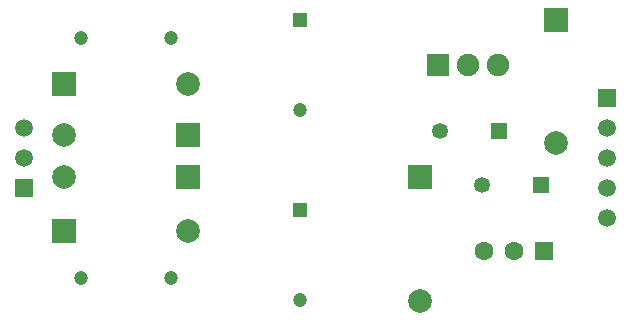
<source format=gbr>
%TF.GenerationSoftware,Altium Limited,Altium Designer,23.11.1 (41)*%
G04 Layer_Physical_Order=1*
G04 Layer_Color=255*
%FSLAX45Y45*%
%MOMM*%
%TF.SameCoordinates,230AA2AB-B060-4BCE-AA15-615059F28419*%
%TF.FilePolarity,Positive*%
%TF.FileFunction,Copper,L1,Top,Signal*%
%TF.Part,Single*%
G01*
G75*
%TA.AperFunction,ComponentPad*%
%ADD10C,2.00000*%
%ADD11R,2.00000X2.00000*%
%ADD12R,1.35000X1.35000*%
%ADD13C,1.35000*%
%ADD14C,1.50000*%
%ADD15R,1.50000X1.50000*%
%ADD16R,1.60000X1.60000*%
%ADD17C,1.60000*%
%ADD18C,1.90000*%
%ADD19R,1.90000X1.90000*%
%ADD20R,2.00000X2.00000*%
%ADD21C,1.20000*%
%ADD22R,1.20000X1.20000*%
D10*
X3683000Y-2821701D02*
D03*
X4838700Y-1488201D02*
D03*
X670804Y-1778000D02*
D03*
X1716801Y-2235200D02*
D03*
X670799Y-1422400D02*
D03*
X1716801Y-990600D02*
D03*
D11*
X3683000Y-1775699D02*
D03*
X4838700Y-442199D02*
D03*
D12*
X4707702Y-1841500D02*
D03*
X4352102Y-1384300D02*
D03*
D13*
X4207698Y-1841500D02*
D03*
X3852098Y-1384300D02*
D03*
D14*
X5270500Y-2120900D02*
D03*
Y-1866900D02*
D03*
Y-1612900D02*
D03*
Y-1358900D02*
D03*
X330200D02*
D03*
Y-1612900D02*
D03*
D15*
X5270500Y-1104900D02*
D03*
X330200Y-1866900D02*
D03*
D16*
X4737100Y-2400300D02*
D03*
D17*
X4483100D02*
D03*
X4229100D02*
D03*
D18*
X4343400Y-825500D02*
D03*
X4089400D02*
D03*
D19*
X3835400D02*
D03*
D20*
X1716801Y-1778000D02*
D03*
X670799Y-2235200D02*
D03*
X1716801Y-1422400D02*
D03*
X670799Y-990600D02*
D03*
D21*
X812800Y-2628900D02*
D03*
X1574800D02*
D03*
Y-596900D02*
D03*
X812800D02*
D03*
X2667000Y-2819400D02*
D03*
Y-1206500D02*
D03*
D22*
Y-2057400D02*
D03*
Y-444500D02*
D03*
%TF.MD5,630a2fec0c91291fdfd2c78d2910dda4*%
M02*

</source>
